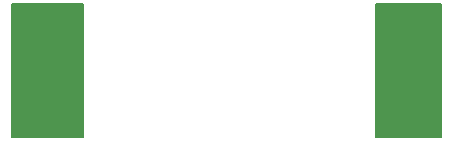
<source format=gbr>
%TF.GenerationSoftware,KiCad,Pcbnew,(6.0.10)*%
%TF.CreationDate,2023-05-27T15:44:21+03:00*%
%TF.ProjectId,BPF_5,4250465f-352e-46b6-9963-61645f706362,rev?*%
%TF.SameCoordinates,Original*%
%TF.FileFunction,Soldermask,Bot*%
%TF.FilePolarity,Negative*%
%FSLAX46Y46*%
G04 Gerber Fmt 4.6, Leading zero omitted, Abs format (unit mm)*
G04 Created by KiCad (PCBNEW (6.0.10)) date 2023-05-27 15:44:21*
%MOMM*%
%LPD*%
G01*
G04 APERTURE LIST*
%ADD10C,0.150000*%
%ADD11R,5.080000X1.500000*%
G04 APERTURE END LIST*
D10*
X160875000Y-75750000D02*
X155375000Y-75750000D01*
X155375000Y-75750000D02*
X155375000Y-87000000D01*
X155375000Y-87000000D02*
X160875000Y-87000000D01*
X160875000Y-87000000D02*
X160875000Y-75750000D01*
G36*
X160875000Y-75750000D02*
G01*
X155375000Y-75750000D01*
X155375000Y-87000000D01*
X160875000Y-87000000D01*
X160875000Y-75750000D01*
G37*
X130500000Y-75750000D02*
X124500000Y-75750000D01*
X124500000Y-75750000D02*
X124500000Y-87000000D01*
X124500000Y-87000000D02*
X130500000Y-87000000D01*
X130500000Y-87000000D02*
X130500000Y-75750000D01*
G36*
X130500000Y-75750000D02*
G01*
X124500000Y-75750000D01*
X124500000Y-87000000D01*
X130500000Y-87000000D01*
X130500000Y-75750000D01*
G37*
D11*
%TO.C,J2*%
X158250000Y-85750000D03*
X158250000Y-77250000D03*
%TD*%
%TO.C,J1*%
X127250000Y-85750000D03*
X127250000Y-77250000D03*
%TD*%
M02*

</source>
